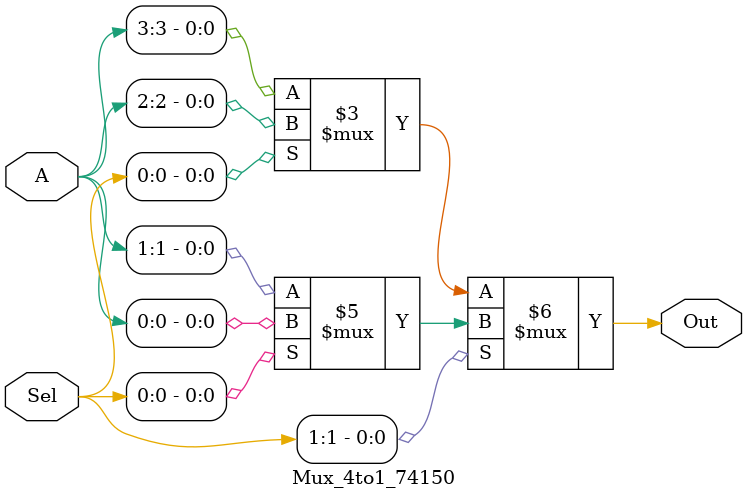
<source format=v>
`timescale 1ns / 1ps


module Mux_4to1_74150(
    input [3:0]A, input [1:0]Sel,
    output Out
    );
    
    assign Out = (Sel[1]== 0) ? (Sel[0]== 0 ? A[3]:A[2]) : (Sel[0]== 0 ? A[1]:A[0]);
endmodule

</source>
